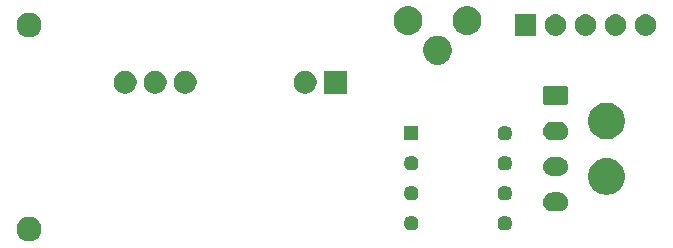
<source format=gbr>
G04 #@! TF.GenerationSoftware,KiCad,Pcbnew,(5.1.5)-3*
G04 #@! TF.CreationDate,2020-07-17T00:05:11-04:00*
G04 #@! TF.ProjectId,Power Transducer,506f7765-7220-4547-9261-6e7364756365,rev?*
G04 #@! TF.SameCoordinates,Original*
G04 #@! TF.FileFunction,Soldermask,Bot*
G04 #@! TF.FilePolarity,Negative*
%FSLAX46Y46*%
G04 Gerber Fmt 4.6, Leading zero omitted, Abs format (unit mm)*
G04 Created by KiCad (PCBNEW (5.1.5)-3) date 2020-07-17 00:05:11*
%MOMM*%
%LPD*%
G04 APERTURE LIST*
%ADD10C,0.100000*%
G04 APERTURE END LIST*
D10*
G36*
X94921564Y-87762389D02*
G01*
X95112833Y-87841615D01*
X95112835Y-87841616D01*
X95284973Y-87956635D01*
X95431365Y-88103027D01*
X95499054Y-88204330D01*
X95546385Y-88275167D01*
X95625611Y-88466436D01*
X95666000Y-88669484D01*
X95666000Y-88876516D01*
X95625611Y-89079564D01*
X95546385Y-89270833D01*
X95546384Y-89270835D01*
X95431365Y-89442973D01*
X95284973Y-89589365D01*
X95112835Y-89704384D01*
X95112834Y-89704385D01*
X95112833Y-89704385D01*
X94921564Y-89783611D01*
X94718516Y-89824000D01*
X94511484Y-89824000D01*
X94308436Y-89783611D01*
X94117167Y-89704385D01*
X94117166Y-89704385D01*
X94117165Y-89704384D01*
X93945027Y-89589365D01*
X93798635Y-89442973D01*
X93683616Y-89270835D01*
X93683615Y-89270833D01*
X93604389Y-89079564D01*
X93564000Y-88876516D01*
X93564000Y-88669484D01*
X93604389Y-88466436D01*
X93683615Y-88275167D01*
X93730947Y-88204330D01*
X93798635Y-88103027D01*
X93945027Y-87956635D01*
X94117165Y-87841616D01*
X94117167Y-87841615D01*
X94308436Y-87762389D01*
X94511484Y-87722000D01*
X94718516Y-87722000D01*
X94921564Y-87762389D01*
G37*
G36*
X135086681Y-87672672D02*
G01*
X135198786Y-87719107D01*
X135299677Y-87786521D01*
X135385479Y-87872323D01*
X135452893Y-87973214D01*
X135499328Y-88085319D01*
X135523000Y-88204329D01*
X135523000Y-88325671D01*
X135499328Y-88444681D01*
X135452893Y-88556786D01*
X135385479Y-88657677D01*
X135299677Y-88743479D01*
X135198786Y-88810893D01*
X135086681Y-88857328D01*
X134967671Y-88881000D01*
X134846329Y-88881000D01*
X134727319Y-88857328D01*
X134615214Y-88810893D01*
X134514323Y-88743479D01*
X134428521Y-88657677D01*
X134361107Y-88556786D01*
X134314672Y-88444681D01*
X134291000Y-88325671D01*
X134291000Y-88204329D01*
X134314672Y-88085319D01*
X134361107Y-87973214D01*
X134428521Y-87872323D01*
X134514323Y-87786521D01*
X134615214Y-87719107D01*
X134727319Y-87672672D01*
X134846329Y-87649000D01*
X134967671Y-87649000D01*
X135086681Y-87672672D01*
G37*
G36*
X127146681Y-87672672D02*
G01*
X127258786Y-87719107D01*
X127359677Y-87786521D01*
X127445479Y-87872323D01*
X127512893Y-87973214D01*
X127559328Y-88085319D01*
X127583000Y-88204329D01*
X127583000Y-88325671D01*
X127559328Y-88444681D01*
X127512893Y-88556786D01*
X127445479Y-88657677D01*
X127359677Y-88743479D01*
X127258786Y-88810893D01*
X127146681Y-88857328D01*
X127027671Y-88881000D01*
X126906329Y-88881000D01*
X126787319Y-88857328D01*
X126675214Y-88810893D01*
X126574323Y-88743479D01*
X126488521Y-88657677D01*
X126421107Y-88556786D01*
X126374672Y-88444681D01*
X126351000Y-88325671D01*
X126351000Y-88204329D01*
X126374672Y-88085319D01*
X126421107Y-87973214D01*
X126488521Y-87872323D01*
X126574323Y-87786521D01*
X126675214Y-87719107D01*
X126787319Y-87672672D01*
X126906329Y-87649000D01*
X127027671Y-87649000D01*
X127146681Y-87672672D01*
G37*
G36*
X139530571Y-85672863D02*
G01*
X139609023Y-85680590D01*
X139709682Y-85711125D01*
X139760013Y-85726392D01*
X139899165Y-85800771D01*
X140021133Y-85900867D01*
X140121229Y-86022835D01*
X140195608Y-86161987D01*
X140210875Y-86212318D01*
X140241410Y-86312977D01*
X140256875Y-86470000D01*
X140241410Y-86627023D01*
X140210875Y-86727682D01*
X140195608Y-86778013D01*
X140121229Y-86917165D01*
X140021133Y-87039133D01*
X139899165Y-87139229D01*
X139760013Y-87213608D01*
X139709682Y-87228875D01*
X139609023Y-87259410D01*
X139530571Y-87267137D01*
X139491346Y-87271000D01*
X138892654Y-87271000D01*
X138853429Y-87267137D01*
X138774977Y-87259410D01*
X138674318Y-87228875D01*
X138623987Y-87213608D01*
X138484835Y-87139229D01*
X138362867Y-87039133D01*
X138262771Y-86917165D01*
X138188392Y-86778013D01*
X138173125Y-86727682D01*
X138142590Y-86627023D01*
X138127125Y-86470000D01*
X138142590Y-86312977D01*
X138173125Y-86212318D01*
X138188392Y-86161987D01*
X138262771Y-86022835D01*
X138362867Y-85900867D01*
X138484835Y-85800771D01*
X138623987Y-85726392D01*
X138674318Y-85711125D01*
X138774977Y-85680590D01*
X138853429Y-85672863D01*
X138892654Y-85669000D01*
X139491346Y-85669000D01*
X139530571Y-85672863D01*
G37*
G36*
X127146681Y-85132672D02*
G01*
X127258786Y-85179107D01*
X127359677Y-85246521D01*
X127445479Y-85332323D01*
X127512893Y-85433214D01*
X127559328Y-85545319D01*
X127583000Y-85664329D01*
X127583000Y-85785671D01*
X127559328Y-85904681D01*
X127512893Y-86016786D01*
X127445479Y-86117677D01*
X127359677Y-86203479D01*
X127258786Y-86270893D01*
X127146681Y-86317328D01*
X127027671Y-86341000D01*
X126906329Y-86341000D01*
X126787319Y-86317328D01*
X126675214Y-86270893D01*
X126574323Y-86203479D01*
X126488521Y-86117677D01*
X126421107Y-86016786D01*
X126374672Y-85904681D01*
X126351000Y-85785671D01*
X126351000Y-85664329D01*
X126374672Y-85545319D01*
X126421107Y-85433214D01*
X126488521Y-85332323D01*
X126574323Y-85246521D01*
X126675214Y-85179107D01*
X126787319Y-85132672D01*
X126906329Y-85109000D01*
X127027671Y-85109000D01*
X127146681Y-85132672D01*
G37*
G36*
X135086681Y-85132672D02*
G01*
X135198786Y-85179107D01*
X135299677Y-85246521D01*
X135385479Y-85332323D01*
X135452893Y-85433214D01*
X135499328Y-85545319D01*
X135523000Y-85664329D01*
X135523000Y-85785671D01*
X135499328Y-85904681D01*
X135452893Y-86016786D01*
X135385479Y-86117677D01*
X135299677Y-86203479D01*
X135198786Y-86270893D01*
X135086681Y-86317328D01*
X134967671Y-86341000D01*
X134846329Y-86341000D01*
X134727319Y-86317328D01*
X134615214Y-86270893D01*
X134514323Y-86203479D01*
X134428521Y-86117677D01*
X134361107Y-86016786D01*
X134314672Y-85904681D01*
X134291000Y-85785671D01*
X134291000Y-85664329D01*
X134314672Y-85545319D01*
X134361107Y-85433214D01*
X134428521Y-85332323D01*
X134514323Y-85246521D01*
X134615214Y-85179107D01*
X134727319Y-85132672D01*
X134846329Y-85109000D01*
X134967671Y-85109000D01*
X135086681Y-85132672D01*
G37*
G36*
X143782013Y-82792323D02*
G01*
X143964410Y-82828604D01*
X144246674Y-82945521D01*
X144500705Y-83115259D01*
X144716741Y-83331295D01*
X144886479Y-83585326D01*
X145003396Y-83867590D01*
X145063000Y-84167240D01*
X145063000Y-84472760D01*
X145003396Y-84772410D01*
X144886479Y-85054674D01*
X144716741Y-85308705D01*
X144500705Y-85524741D01*
X144246674Y-85694479D01*
X143964410Y-85811396D01*
X143814585Y-85841198D01*
X143664761Y-85871000D01*
X143359239Y-85871000D01*
X143209415Y-85841198D01*
X143059590Y-85811396D01*
X142777326Y-85694479D01*
X142523295Y-85524741D01*
X142307259Y-85308705D01*
X142137521Y-85054674D01*
X142020604Y-84772410D01*
X141961000Y-84472760D01*
X141961000Y-84167240D01*
X142020604Y-83867590D01*
X142137521Y-83585326D01*
X142307259Y-83331295D01*
X142523295Y-83115259D01*
X142777326Y-82945521D01*
X143059590Y-82828604D01*
X143241987Y-82792323D01*
X143359239Y-82769000D01*
X143664761Y-82769000D01*
X143782013Y-82792323D01*
G37*
G36*
X139530571Y-82672863D02*
G01*
X139609023Y-82680590D01*
X139694506Y-82706521D01*
X139760013Y-82726392D01*
X139899165Y-82800771D01*
X140021133Y-82900867D01*
X140121229Y-83022835D01*
X140195608Y-83161987D01*
X140195608Y-83161988D01*
X140241410Y-83312977D01*
X140256875Y-83470000D01*
X140241410Y-83627023D01*
X140230351Y-83663479D01*
X140195608Y-83778013D01*
X140121229Y-83917165D01*
X140021133Y-84039133D01*
X139899165Y-84139229D01*
X139760013Y-84213608D01*
X139709682Y-84228875D01*
X139609023Y-84259410D01*
X139530571Y-84267137D01*
X139491346Y-84271000D01*
X138892654Y-84271000D01*
X138853429Y-84267137D01*
X138774977Y-84259410D01*
X138674318Y-84228875D01*
X138623987Y-84213608D01*
X138484835Y-84139229D01*
X138362867Y-84039133D01*
X138262771Y-83917165D01*
X138188392Y-83778013D01*
X138153649Y-83663479D01*
X138142590Y-83627023D01*
X138127125Y-83470000D01*
X138142590Y-83312977D01*
X138188392Y-83161988D01*
X138188392Y-83161987D01*
X138262771Y-83022835D01*
X138362867Y-82900867D01*
X138484835Y-82800771D01*
X138623987Y-82726392D01*
X138689494Y-82706521D01*
X138774977Y-82680590D01*
X138853429Y-82672863D01*
X138892654Y-82669000D01*
X139491346Y-82669000D01*
X139530571Y-82672863D01*
G37*
G36*
X127146681Y-82592672D02*
G01*
X127258786Y-82639107D01*
X127359677Y-82706521D01*
X127445479Y-82792323D01*
X127512893Y-82893214D01*
X127559328Y-83005319D01*
X127583000Y-83124329D01*
X127583000Y-83245671D01*
X127559328Y-83364681D01*
X127512893Y-83476786D01*
X127445479Y-83577677D01*
X127359677Y-83663479D01*
X127258786Y-83730893D01*
X127146681Y-83777328D01*
X127027671Y-83801000D01*
X126906329Y-83801000D01*
X126787319Y-83777328D01*
X126675214Y-83730893D01*
X126574323Y-83663479D01*
X126488521Y-83577677D01*
X126421107Y-83476786D01*
X126374672Y-83364681D01*
X126351000Y-83245671D01*
X126351000Y-83124329D01*
X126374672Y-83005319D01*
X126421107Y-82893214D01*
X126488521Y-82792323D01*
X126574323Y-82706521D01*
X126675214Y-82639107D01*
X126787319Y-82592672D01*
X126906329Y-82569000D01*
X127027671Y-82569000D01*
X127146681Y-82592672D01*
G37*
G36*
X135086681Y-82592672D02*
G01*
X135198786Y-82639107D01*
X135299677Y-82706521D01*
X135385479Y-82792323D01*
X135452893Y-82893214D01*
X135499328Y-83005319D01*
X135523000Y-83124329D01*
X135523000Y-83245671D01*
X135499328Y-83364681D01*
X135452893Y-83476786D01*
X135385479Y-83577677D01*
X135299677Y-83663479D01*
X135198786Y-83730893D01*
X135086681Y-83777328D01*
X134967671Y-83801000D01*
X134846329Y-83801000D01*
X134727319Y-83777328D01*
X134615214Y-83730893D01*
X134514323Y-83663479D01*
X134428521Y-83577677D01*
X134361107Y-83476786D01*
X134314672Y-83364681D01*
X134291000Y-83245671D01*
X134291000Y-83124329D01*
X134314672Y-83005319D01*
X134361107Y-82893214D01*
X134428521Y-82792323D01*
X134514323Y-82706521D01*
X134615214Y-82639107D01*
X134727319Y-82592672D01*
X134846329Y-82569000D01*
X134967671Y-82569000D01*
X135086681Y-82592672D01*
G37*
G36*
X139530571Y-79672863D02*
G01*
X139609023Y-79680590D01*
X139709682Y-79711125D01*
X139760013Y-79726392D01*
X139899165Y-79800771D01*
X140021133Y-79900867D01*
X140121229Y-80022835D01*
X140195608Y-80161987D01*
X140195608Y-80161988D01*
X140241410Y-80312977D01*
X140256875Y-80470000D01*
X140241410Y-80627023D01*
X140217553Y-80705670D01*
X140195608Y-80778013D01*
X140121229Y-80917165D01*
X140021133Y-81039133D01*
X139899165Y-81139229D01*
X139760013Y-81213608D01*
X139709682Y-81228875D01*
X139609023Y-81259410D01*
X139530571Y-81267137D01*
X139491346Y-81271000D01*
X138892654Y-81271000D01*
X138853429Y-81267137D01*
X138774977Y-81259410D01*
X138674318Y-81228875D01*
X138623987Y-81213608D01*
X138484835Y-81139229D01*
X138362867Y-81039133D01*
X138262771Y-80917165D01*
X138188392Y-80778013D01*
X138166447Y-80705670D01*
X138142590Y-80627023D01*
X138127125Y-80470000D01*
X138142590Y-80312977D01*
X138188392Y-80161988D01*
X138188392Y-80161987D01*
X138262771Y-80022835D01*
X138362867Y-79900867D01*
X138484835Y-79800771D01*
X138623987Y-79726392D01*
X138674318Y-79711125D01*
X138774977Y-79680590D01*
X138853429Y-79672863D01*
X138892654Y-79669000D01*
X139491346Y-79669000D01*
X139530571Y-79672863D01*
G37*
G36*
X135086681Y-80052672D02*
G01*
X135198786Y-80099107D01*
X135299677Y-80166521D01*
X135385479Y-80252323D01*
X135452893Y-80353214D01*
X135499328Y-80465319D01*
X135523000Y-80584329D01*
X135523000Y-80705671D01*
X135499328Y-80824681D01*
X135452893Y-80936786D01*
X135385479Y-81037677D01*
X135299677Y-81123479D01*
X135198786Y-81190893D01*
X135086681Y-81237328D01*
X134967671Y-81261000D01*
X134846329Y-81261000D01*
X134727319Y-81237328D01*
X134615214Y-81190893D01*
X134514323Y-81123479D01*
X134428521Y-81037677D01*
X134361107Y-80936786D01*
X134314672Y-80824681D01*
X134291000Y-80705671D01*
X134291000Y-80584329D01*
X134314672Y-80465319D01*
X134361107Y-80353214D01*
X134428521Y-80252323D01*
X134514323Y-80166521D01*
X134615214Y-80099107D01*
X134727319Y-80052672D01*
X134846329Y-80029000D01*
X134967671Y-80029000D01*
X135086681Y-80052672D01*
G37*
G36*
X127583000Y-81261000D02*
G01*
X126351000Y-81261000D01*
X126351000Y-80029000D01*
X127583000Y-80029000D01*
X127583000Y-81261000D01*
G37*
G36*
X143814585Y-78098802D02*
G01*
X143964410Y-78128604D01*
X144246674Y-78245521D01*
X144500705Y-78415259D01*
X144716741Y-78631295D01*
X144886479Y-78885326D01*
X145003396Y-79167590D01*
X145063000Y-79467240D01*
X145063000Y-79772760D01*
X145003396Y-80072410D01*
X144886479Y-80354674D01*
X144716741Y-80608705D01*
X144500705Y-80824741D01*
X144246674Y-80994479D01*
X143964410Y-81111396D01*
X143824484Y-81139229D01*
X143664761Y-81171000D01*
X143359239Y-81171000D01*
X143199516Y-81139229D01*
X143059590Y-81111396D01*
X142777326Y-80994479D01*
X142523295Y-80824741D01*
X142307259Y-80608705D01*
X142137521Y-80354674D01*
X142020604Y-80072410D01*
X141961000Y-79772760D01*
X141961000Y-79467240D01*
X142020604Y-79167590D01*
X142137521Y-78885326D01*
X142307259Y-78631295D01*
X142523295Y-78415259D01*
X142777326Y-78245521D01*
X143059590Y-78128604D01*
X143209415Y-78098802D01*
X143359239Y-78069000D01*
X143664761Y-78069000D01*
X143814585Y-78098802D01*
G37*
G36*
X140105048Y-76673122D02*
G01*
X140139387Y-76683539D01*
X140171036Y-76700456D01*
X140198778Y-76723222D01*
X140221544Y-76750964D01*
X140238461Y-76782613D01*
X140248878Y-76816952D01*
X140253000Y-76858807D01*
X140253000Y-78081193D01*
X140248878Y-78123048D01*
X140238461Y-78157387D01*
X140221544Y-78189036D01*
X140198778Y-78216778D01*
X140171036Y-78239544D01*
X140139387Y-78256461D01*
X140105048Y-78266878D01*
X140063193Y-78271000D01*
X138320807Y-78271000D01*
X138278952Y-78266878D01*
X138244613Y-78256461D01*
X138212964Y-78239544D01*
X138185222Y-78216778D01*
X138162456Y-78189036D01*
X138145539Y-78157387D01*
X138135122Y-78123048D01*
X138131000Y-78081193D01*
X138131000Y-76858807D01*
X138135122Y-76816952D01*
X138145539Y-76782613D01*
X138162456Y-76750964D01*
X138185222Y-76723222D01*
X138212964Y-76700456D01*
X138244613Y-76683539D01*
X138278952Y-76673122D01*
X138320807Y-76669000D01*
X140063193Y-76669000D01*
X140105048Y-76673122D01*
G37*
G36*
X121499000Y-77303000D02*
G01*
X119547000Y-77303000D01*
X119547000Y-75351000D01*
X121499000Y-75351000D01*
X121499000Y-77303000D01*
G37*
G36*
X118267687Y-75388507D02*
G01*
X118267690Y-75388508D01*
X118267689Y-75388508D01*
X118445309Y-75462080D01*
X118445310Y-75462081D01*
X118605161Y-75568889D01*
X118741111Y-75704839D01*
X118830158Y-75838109D01*
X118847920Y-75864691D01*
X118904825Y-76002073D01*
X118921493Y-76042313D01*
X118959000Y-76230871D01*
X118959000Y-76423129D01*
X118921493Y-76611687D01*
X118921492Y-76611689D01*
X118847920Y-76789309D01*
X118847919Y-76789310D01*
X118741111Y-76949161D01*
X118605161Y-77085111D01*
X118471891Y-77174158D01*
X118445309Y-77191920D01*
X118307927Y-77248825D01*
X118267687Y-77265493D01*
X118079129Y-77303000D01*
X117886871Y-77303000D01*
X117698313Y-77265493D01*
X117658073Y-77248825D01*
X117520691Y-77191920D01*
X117494109Y-77174158D01*
X117360839Y-77085111D01*
X117224889Y-76949161D01*
X117118081Y-76789310D01*
X117118080Y-76789309D01*
X117044508Y-76611689D01*
X117044507Y-76611687D01*
X117007000Y-76423129D01*
X117007000Y-76230871D01*
X117044507Y-76042313D01*
X117061175Y-76002073D01*
X117118080Y-75864691D01*
X117135842Y-75838109D01*
X117224889Y-75704839D01*
X117360839Y-75568889D01*
X117520690Y-75462081D01*
X117520691Y-75462080D01*
X117698311Y-75388508D01*
X117698310Y-75388508D01*
X117698313Y-75388507D01*
X117886871Y-75351000D01*
X118079129Y-75351000D01*
X118267687Y-75388507D01*
G37*
G36*
X108107687Y-75388507D02*
G01*
X108107690Y-75388508D01*
X108107689Y-75388508D01*
X108285309Y-75462080D01*
X108285310Y-75462081D01*
X108445161Y-75568889D01*
X108581111Y-75704839D01*
X108670158Y-75838109D01*
X108687920Y-75864691D01*
X108744825Y-76002073D01*
X108761493Y-76042313D01*
X108799000Y-76230871D01*
X108799000Y-76423129D01*
X108761493Y-76611687D01*
X108761492Y-76611689D01*
X108687920Y-76789309D01*
X108687919Y-76789310D01*
X108581111Y-76949161D01*
X108445161Y-77085111D01*
X108311891Y-77174158D01*
X108285309Y-77191920D01*
X108147927Y-77248825D01*
X108107687Y-77265493D01*
X107919129Y-77303000D01*
X107726871Y-77303000D01*
X107538313Y-77265493D01*
X107498073Y-77248825D01*
X107360691Y-77191920D01*
X107334109Y-77174158D01*
X107200839Y-77085111D01*
X107064889Y-76949161D01*
X106958081Y-76789310D01*
X106958080Y-76789309D01*
X106884508Y-76611689D01*
X106884507Y-76611687D01*
X106847000Y-76423129D01*
X106847000Y-76230871D01*
X106884507Y-76042313D01*
X106901175Y-76002073D01*
X106958080Y-75864691D01*
X106975842Y-75838109D01*
X107064889Y-75704839D01*
X107200839Y-75568889D01*
X107360690Y-75462081D01*
X107360691Y-75462080D01*
X107538311Y-75388508D01*
X107538310Y-75388508D01*
X107538313Y-75388507D01*
X107726871Y-75351000D01*
X107919129Y-75351000D01*
X108107687Y-75388507D01*
G37*
G36*
X105567687Y-75388507D02*
G01*
X105567690Y-75388508D01*
X105567689Y-75388508D01*
X105745309Y-75462080D01*
X105745310Y-75462081D01*
X105905161Y-75568889D01*
X106041111Y-75704839D01*
X106130158Y-75838109D01*
X106147920Y-75864691D01*
X106204825Y-76002073D01*
X106221493Y-76042313D01*
X106259000Y-76230871D01*
X106259000Y-76423129D01*
X106221493Y-76611687D01*
X106221492Y-76611689D01*
X106147920Y-76789309D01*
X106147919Y-76789310D01*
X106041111Y-76949161D01*
X105905161Y-77085111D01*
X105771891Y-77174158D01*
X105745309Y-77191920D01*
X105607927Y-77248825D01*
X105567687Y-77265493D01*
X105379129Y-77303000D01*
X105186871Y-77303000D01*
X104998313Y-77265493D01*
X104958073Y-77248825D01*
X104820691Y-77191920D01*
X104794109Y-77174158D01*
X104660839Y-77085111D01*
X104524889Y-76949161D01*
X104418081Y-76789310D01*
X104418080Y-76789309D01*
X104344508Y-76611689D01*
X104344507Y-76611687D01*
X104307000Y-76423129D01*
X104307000Y-76230871D01*
X104344507Y-76042313D01*
X104361175Y-76002073D01*
X104418080Y-75864691D01*
X104435842Y-75838109D01*
X104524889Y-75704839D01*
X104660839Y-75568889D01*
X104820690Y-75462081D01*
X104820691Y-75462080D01*
X104998311Y-75388508D01*
X104998310Y-75388508D01*
X104998313Y-75388507D01*
X105186871Y-75351000D01*
X105379129Y-75351000D01*
X105567687Y-75388507D01*
G37*
G36*
X103027687Y-75388507D02*
G01*
X103027690Y-75388508D01*
X103027689Y-75388508D01*
X103205309Y-75462080D01*
X103205310Y-75462081D01*
X103365161Y-75568889D01*
X103501111Y-75704839D01*
X103590158Y-75838109D01*
X103607920Y-75864691D01*
X103664825Y-76002073D01*
X103681493Y-76042313D01*
X103719000Y-76230871D01*
X103719000Y-76423129D01*
X103681493Y-76611687D01*
X103681492Y-76611689D01*
X103607920Y-76789309D01*
X103607919Y-76789310D01*
X103501111Y-76949161D01*
X103365161Y-77085111D01*
X103231891Y-77174158D01*
X103205309Y-77191920D01*
X103067927Y-77248825D01*
X103027687Y-77265493D01*
X102839129Y-77303000D01*
X102646871Y-77303000D01*
X102458313Y-77265493D01*
X102418073Y-77248825D01*
X102280691Y-77191920D01*
X102254109Y-77174158D01*
X102120839Y-77085111D01*
X101984889Y-76949161D01*
X101878081Y-76789310D01*
X101878080Y-76789309D01*
X101804508Y-76611689D01*
X101804507Y-76611687D01*
X101767000Y-76423129D01*
X101767000Y-76230871D01*
X101804507Y-76042313D01*
X101821175Y-76002073D01*
X101878080Y-75864691D01*
X101895842Y-75838109D01*
X101984889Y-75704839D01*
X102120839Y-75568889D01*
X102280690Y-75462081D01*
X102280691Y-75462080D01*
X102458311Y-75388508D01*
X102458310Y-75388508D01*
X102458313Y-75388507D01*
X102646871Y-75351000D01*
X102839129Y-75351000D01*
X103027687Y-75388507D01*
G37*
G36*
X129555153Y-72445922D02*
G01*
X129647194Y-72484047D01*
X129777359Y-72537963D01*
X129977342Y-72671587D01*
X130147413Y-72841658D01*
X130281037Y-73041641D01*
X130373078Y-73263848D01*
X130420000Y-73499741D01*
X130420000Y-73740259D01*
X130373078Y-73976152D01*
X130281037Y-74198359D01*
X130147413Y-74398342D01*
X129977342Y-74568413D01*
X129777359Y-74702037D01*
X129647194Y-74755953D01*
X129555153Y-74794078D01*
X129319259Y-74841000D01*
X129078741Y-74841000D01*
X128842847Y-74794078D01*
X128750806Y-74755953D01*
X128620641Y-74702037D01*
X128420658Y-74568413D01*
X128250587Y-74398342D01*
X128116963Y-74198359D01*
X128024922Y-73976152D01*
X127978000Y-73740259D01*
X127978000Y-73499741D01*
X128024922Y-73263848D01*
X128116963Y-73041641D01*
X128250587Y-72841658D01*
X128420658Y-72671587D01*
X128620641Y-72537963D01*
X128750806Y-72484047D01*
X128842847Y-72445922D01*
X129078741Y-72399000D01*
X129319259Y-72399000D01*
X129555153Y-72445922D01*
G37*
G36*
X94921564Y-70490389D02*
G01*
X95112833Y-70569615D01*
X95112835Y-70569616D01*
X95284973Y-70684635D01*
X95431365Y-70831027D01*
X95544097Y-70999742D01*
X95546385Y-71003167D01*
X95625611Y-71194436D01*
X95666000Y-71397484D01*
X95666000Y-71604516D01*
X95625611Y-71807564D01*
X95575815Y-71927782D01*
X95546384Y-71998835D01*
X95431365Y-72170973D01*
X95284973Y-72317365D01*
X95112835Y-72432384D01*
X95112834Y-72432385D01*
X95112833Y-72432385D01*
X94921564Y-72511611D01*
X94718516Y-72552000D01*
X94511484Y-72552000D01*
X94308436Y-72511611D01*
X94117167Y-72432385D01*
X94117166Y-72432385D01*
X94117165Y-72432384D01*
X93945027Y-72317365D01*
X93798635Y-72170973D01*
X93683616Y-71998835D01*
X93654185Y-71927782D01*
X93604389Y-71807564D01*
X93564000Y-71604516D01*
X93564000Y-71397484D01*
X93604389Y-71194436D01*
X93683615Y-71003167D01*
X93685904Y-70999742D01*
X93798635Y-70831027D01*
X93945027Y-70684635D01*
X94117165Y-70569616D01*
X94117167Y-70569615D01*
X94308436Y-70490389D01*
X94511484Y-70450000D01*
X94718516Y-70450000D01*
X94921564Y-70490389D01*
G37*
G36*
X139305512Y-70604927D02*
G01*
X139454812Y-70634624D01*
X139618784Y-70702544D01*
X139766354Y-70801147D01*
X139891853Y-70926646D01*
X139990456Y-71074216D01*
X140058376Y-71238188D01*
X140093000Y-71412259D01*
X140093000Y-71589741D01*
X140058376Y-71763812D01*
X139990456Y-71927784D01*
X139891853Y-72075354D01*
X139766354Y-72200853D01*
X139618784Y-72299456D01*
X139454812Y-72367376D01*
X139305512Y-72397073D01*
X139280742Y-72402000D01*
X139103258Y-72402000D01*
X139078488Y-72397073D01*
X138929188Y-72367376D01*
X138765216Y-72299456D01*
X138617646Y-72200853D01*
X138492147Y-72075354D01*
X138393544Y-71927784D01*
X138325624Y-71763812D01*
X138291000Y-71589741D01*
X138291000Y-71412259D01*
X138325624Y-71238188D01*
X138393544Y-71074216D01*
X138492147Y-70926646D01*
X138617646Y-70801147D01*
X138765216Y-70702544D01*
X138929188Y-70634624D01*
X139078488Y-70604927D01*
X139103258Y-70600000D01*
X139280742Y-70600000D01*
X139305512Y-70604927D01*
G37*
G36*
X141845512Y-70604927D02*
G01*
X141994812Y-70634624D01*
X142158784Y-70702544D01*
X142306354Y-70801147D01*
X142431853Y-70926646D01*
X142530456Y-71074216D01*
X142598376Y-71238188D01*
X142633000Y-71412259D01*
X142633000Y-71589741D01*
X142598376Y-71763812D01*
X142530456Y-71927784D01*
X142431853Y-72075354D01*
X142306354Y-72200853D01*
X142158784Y-72299456D01*
X141994812Y-72367376D01*
X141845512Y-72397073D01*
X141820742Y-72402000D01*
X141643258Y-72402000D01*
X141618488Y-72397073D01*
X141469188Y-72367376D01*
X141305216Y-72299456D01*
X141157646Y-72200853D01*
X141032147Y-72075354D01*
X140933544Y-71927784D01*
X140865624Y-71763812D01*
X140831000Y-71589741D01*
X140831000Y-71412259D01*
X140865624Y-71238188D01*
X140933544Y-71074216D01*
X141032147Y-70926646D01*
X141157646Y-70801147D01*
X141305216Y-70702544D01*
X141469188Y-70634624D01*
X141618488Y-70604927D01*
X141643258Y-70600000D01*
X141820742Y-70600000D01*
X141845512Y-70604927D01*
G37*
G36*
X144385512Y-70604927D02*
G01*
X144534812Y-70634624D01*
X144698784Y-70702544D01*
X144846354Y-70801147D01*
X144971853Y-70926646D01*
X145070456Y-71074216D01*
X145138376Y-71238188D01*
X145173000Y-71412259D01*
X145173000Y-71589741D01*
X145138376Y-71763812D01*
X145070456Y-71927784D01*
X144971853Y-72075354D01*
X144846354Y-72200853D01*
X144698784Y-72299456D01*
X144534812Y-72367376D01*
X144385512Y-72397073D01*
X144360742Y-72402000D01*
X144183258Y-72402000D01*
X144158488Y-72397073D01*
X144009188Y-72367376D01*
X143845216Y-72299456D01*
X143697646Y-72200853D01*
X143572147Y-72075354D01*
X143473544Y-71927784D01*
X143405624Y-71763812D01*
X143371000Y-71589741D01*
X143371000Y-71412259D01*
X143405624Y-71238188D01*
X143473544Y-71074216D01*
X143572147Y-70926646D01*
X143697646Y-70801147D01*
X143845216Y-70702544D01*
X144009188Y-70634624D01*
X144158488Y-70604927D01*
X144183258Y-70600000D01*
X144360742Y-70600000D01*
X144385512Y-70604927D01*
G37*
G36*
X146925512Y-70604927D02*
G01*
X147074812Y-70634624D01*
X147238784Y-70702544D01*
X147386354Y-70801147D01*
X147511853Y-70926646D01*
X147610456Y-71074216D01*
X147678376Y-71238188D01*
X147713000Y-71412259D01*
X147713000Y-71589741D01*
X147678376Y-71763812D01*
X147610456Y-71927784D01*
X147511853Y-72075354D01*
X147386354Y-72200853D01*
X147238784Y-72299456D01*
X147074812Y-72367376D01*
X146925512Y-72397073D01*
X146900742Y-72402000D01*
X146723258Y-72402000D01*
X146698488Y-72397073D01*
X146549188Y-72367376D01*
X146385216Y-72299456D01*
X146237646Y-72200853D01*
X146112147Y-72075354D01*
X146013544Y-71927784D01*
X145945624Y-71763812D01*
X145911000Y-71589741D01*
X145911000Y-71412259D01*
X145945624Y-71238188D01*
X146013544Y-71074216D01*
X146112147Y-70926646D01*
X146237646Y-70801147D01*
X146385216Y-70702544D01*
X146549188Y-70634624D01*
X146698488Y-70604927D01*
X146723258Y-70600000D01*
X146900742Y-70600000D01*
X146925512Y-70604927D01*
G37*
G36*
X137553000Y-72402000D02*
G01*
X135751000Y-72402000D01*
X135751000Y-70600000D01*
X137553000Y-70600000D01*
X137553000Y-72402000D01*
G37*
G36*
X131937205Y-69922461D02*
G01*
X132055153Y-69945922D01*
X132147194Y-69984047D01*
X132277359Y-70037963D01*
X132477342Y-70171587D01*
X132647413Y-70341658D01*
X132781037Y-70541641D01*
X132805210Y-70600000D01*
X132873078Y-70763847D01*
X132886441Y-70831027D01*
X132920000Y-70999741D01*
X132920000Y-71240259D01*
X132873078Y-71476152D01*
X132781037Y-71698359D01*
X132647413Y-71898342D01*
X132477342Y-72068413D01*
X132277359Y-72202037D01*
X132147194Y-72255953D01*
X132055153Y-72294078D01*
X131938080Y-72317365D01*
X131819259Y-72341000D01*
X131578741Y-72341000D01*
X131459920Y-72317365D01*
X131342847Y-72294078D01*
X131250806Y-72255953D01*
X131120641Y-72202037D01*
X130920658Y-72068413D01*
X130750587Y-71898342D01*
X130616963Y-71698359D01*
X130524922Y-71476152D01*
X130478000Y-71240259D01*
X130478000Y-70999741D01*
X130511559Y-70831027D01*
X130524922Y-70763847D01*
X130592790Y-70600000D01*
X130616963Y-70541641D01*
X130750587Y-70341658D01*
X130920658Y-70171587D01*
X131120641Y-70037963D01*
X131250806Y-69984047D01*
X131342847Y-69945922D01*
X131460795Y-69922461D01*
X131578741Y-69899000D01*
X131819259Y-69899000D01*
X131937205Y-69922461D01*
G37*
G36*
X126937205Y-69922461D02*
G01*
X127055153Y-69945922D01*
X127147194Y-69984047D01*
X127277359Y-70037963D01*
X127477342Y-70171587D01*
X127647413Y-70341658D01*
X127781037Y-70541641D01*
X127805210Y-70600000D01*
X127873078Y-70763847D01*
X127886441Y-70831027D01*
X127920000Y-70999741D01*
X127920000Y-71240259D01*
X127873078Y-71476152D01*
X127781037Y-71698359D01*
X127647413Y-71898342D01*
X127477342Y-72068413D01*
X127277359Y-72202037D01*
X127147194Y-72255953D01*
X127055153Y-72294078D01*
X126938080Y-72317365D01*
X126819259Y-72341000D01*
X126578741Y-72341000D01*
X126459920Y-72317365D01*
X126342847Y-72294078D01*
X126250806Y-72255953D01*
X126120641Y-72202037D01*
X125920658Y-72068413D01*
X125750587Y-71898342D01*
X125616963Y-71698359D01*
X125524922Y-71476152D01*
X125478000Y-71240259D01*
X125478000Y-70999741D01*
X125511559Y-70831027D01*
X125524922Y-70763847D01*
X125592790Y-70600000D01*
X125616963Y-70541641D01*
X125750587Y-70341658D01*
X125920658Y-70171587D01*
X126120641Y-70037963D01*
X126250806Y-69984047D01*
X126342847Y-69945922D01*
X126460795Y-69922461D01*
X126578741Y-69899000D01*
X126819259Y-69899000D01*
X126937205Y-69922461D01*
G37*
M02*

</source>
